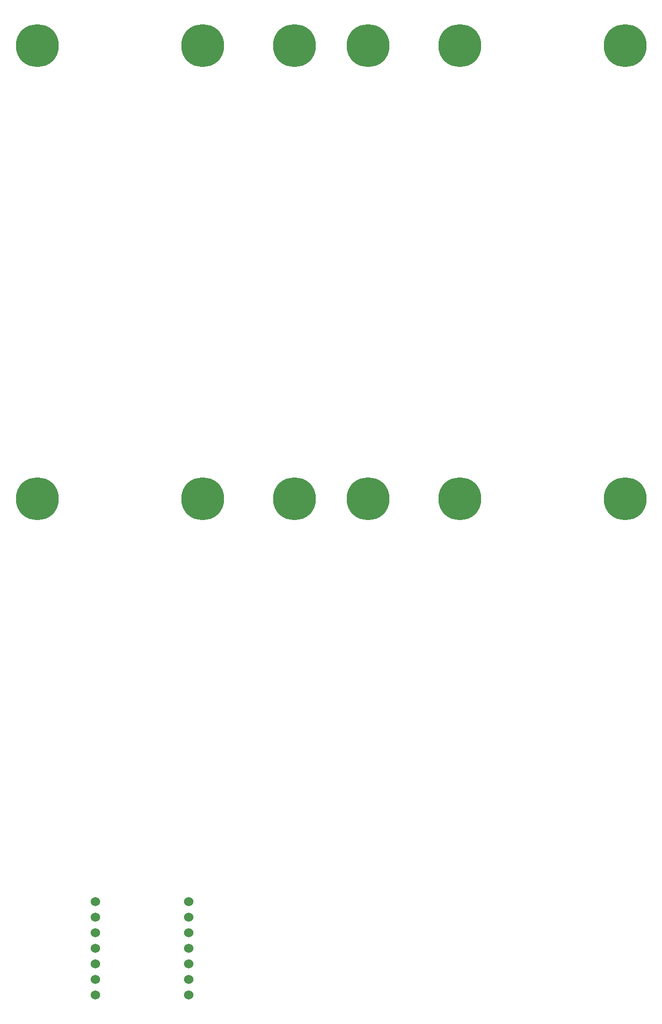
<source format=gbs>
%TF.GenerationSoftware,KiCad,Pcbnew,(5.1.5-0)*%
%TF.CreationDate,2022-01-10T13:55:22-07:00*%
%TF.ProjectId,PCB_02,5043425f-3032-42e6-9b69-6361645f7063,rev?*%
%TF.SameCoordinates,Original*%
%TF.FileFunction,Soldermask,Bot*%
%TF.FilePolarity,Negative*%
%FSLAX46Y46*%
G04 Gerber Fmt 4.6, Leading zero omitted, Abs format (unit mm)*
G04 Created by KiCad (PCBNEW (5.1.5-0)) date 2022-01-10 13:55:22*
%MOMM*%
%LPD*%
G04 APERTURE LIST*
%ADD10C,7.000000*%
%ADD11C,1.524000*%
G04 APERTURE END LIST*
D10*
%TO.C,H1*%
X12000000Y-4000000D03*
%TD*%
%TO.C,H2*%
X39000000Y-4000000D03*
%TD*%
%TO.C,H3*%
X54000000Y-4000000D03*
%TD*%
%TO.C,H4*%
X66000000Y-4000000D03*
%TD*%
%TO.C,H5*%
X81000000Y-4000000D03*
%TD*%
%TO.C,H6*%
X108000000Y-4000000D03*
%TD*%
%TO.C,H7*%
X12000000Y-78000000D03*
%TD*%
%TO.C,H8*%
X39000000Y-78000000D03*
%TD*%
%TO.C,H9*%
X54000000Y-78000000D03*
%TD*%
%TO.C,H10*%
X66000000Y-78000000D03*
%TD*%
%TO.C,H11*%
X81000000Y-78000000D03*
%TD*%
%TO.C,H12*%
X108000000Y-78000000D03*
%TD*%
D11*
%TO.C,J1*%
X21502000Y-143780000D03*
X21502000Y-146320000D03*
X21502000Y-148860000D03*
X21502000Y-151400000D03*
X21502000Y-153940000D03*
X21502000Y-156480000D03*
X21502000Y-159020000D03*
%TD*%
%TO.C,J2*%
X36742000Y-159020000D03*
X36742000Y-156480000D03*
X36742000Y-153940000D03*
X36742000Y-151400000D03*
X36742000Y-148860000D03*
X36742000Y-146320000D03*
X36742000Y-143780000D03*
%TD*%
M02*

</source>
